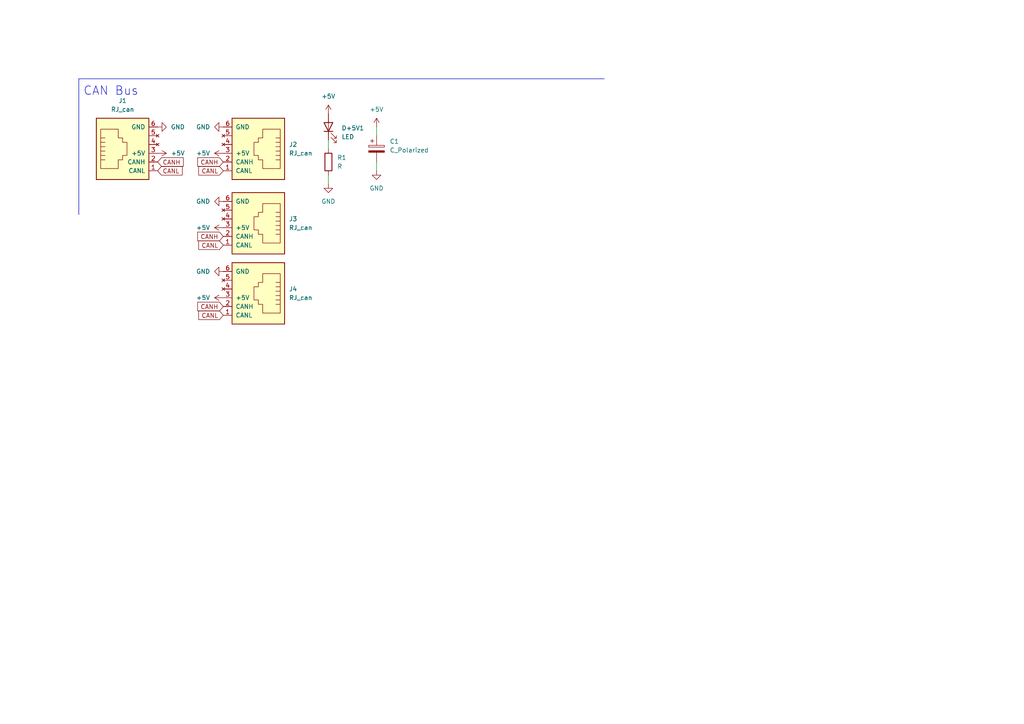
<source format=kicad_sch>
(kicad_sch (version 20230121) (generator eeschema)
  (paper "A4")
  (lib_symbols
    (symbol "Device:C_Polarized" (pin_numbers hide) (pin_names (offset 0.254))
      (property "Reference" "C" (at 0.635 2.54 0))
      (property "Value" "C_Polarized" (at 0.635 -2.54 0))
      (symbol "C_Polarized_0_1"
        (rectangle (start -2.286 0.508) (end 2.286 1.016))
        (polyline (pts (xy -1.778 2.286) (xy -0.762 2.286)))
        (polyline (pts (xy -1.27 2.794) (xy -1.27 1.778)))
        (rectangle (start 2.286 -0.508) (end -2.286 -1.016) (fill (type outline)))
      )
      (symbol "C_Polarized_1_1"
        (pin passive line (at 0 3.81 270) (length 2.794) (name "~") (number "1"))
        (pin passive line (at 0 -3.81 90) (length 2.794) (name "~") (number "2"))
      )
    )
    (symbol "Device:LED" (pin_numbers hide) (pin_names (offset 1.016) hide)
      (property "Reference" "D" (at 0 2.54 0))
      (property "Value" "LED" (at 0 -2.54 0))
      (symbol "LED_0_1"
        (polyline (pts (xy -1.27 -1.27) (xy -1.27 1.27)) (stroke (width 0.254)))
        (polyline (pts (xy -1.27 0) (xy 1.27 0)))
        (polyline (pts (xy 1.27 -1.27) (xy 1.27 1.27) (xy -1.27 0) (xy 1.27 -1.27)) (stroke (width 0.254)))
        (polyline (pts (xy -3.048 -0.762) (xy -4.572 -2.286) (xy -3.81 -2.286) (xy -4.572 -2.286) (xy -4.572 -1.524)))
        (polyline (pts (xy -1.778 -0.762) (xy -3.302 -2.286) (xy -2.54 -2.286) (xy -3.302 -2.286) (xy -3.302 -1.524)))
      )
      (symbol "LED_1_1"
        (pin passive line (at -3.81 0 0) (length 2.54) (name "K") (number "1"))
        (pin passive line (at 3.81 0 180) (length 2.54) (name "A") (number "2"))
      )
    )
    (symbol "Device:R" (pin_numbers hide) (pin_names (offset 0))
      (property "Reference" "R" (at 2.032 0 90))
      (property "Value" "R" (at 0 0 90))
      (symbol "R_0_1"
        (rectangle (start -1.016 -2.54) (end 1.016 2.54) (stroke (width 0.254)))
      )
      (symbol "R_1_1"
        (pin passive line (at 0 3.81 270) (length 1.27) (name "~") (number "1"))
        (pin passive line (at 0 -3.81 90) (length 1.27) (name "~") (number "2"))
      )
    )
    (symbol "Robot:RJ_can" (pin_names (offset 1.016))
      (property "Reference" "J1" (at 0 15.24 0))
      (property "Value" "RJ_can" (at 0 12.7 0))
      (symbol "RJ_can_0_1"
        (polyline (pts (xy -6.35 -1.905) (xy -5.08 -1.905) (xy -5.08 -1.905)))
        (polyline (pts (xy -6.35 -0.635) (xy -5.08 -0.635) (xy -5.08 -0.635)))
        (polyline (pts (xy -6.35 0.635) (xy -5.08 0.635) (xy -5.08 0.635)))
        (polyline (pts (xy -6.35 1.905) (xy -5.08 1.905) (xy -5.08 1.905)))
        (polyline (pts (xy -6.35 3.175) (xy -5.08 3.175) (xy -5.08 3.175)))
        (polyline (pts (xy -5.08 4.445) (xy -6.35 4.445) (xy -6.35 4.445)))
        (polyline (pts (xy -6.35 -4.445) (xy -6.35 6.985) (xy -1.27 6.985) (xy -1.27 4.445) (xy 0 4.445) (xy 0 3.175) (xy 1.27 3.175) (xy 1.27 -0.635) (xy 0 -0.635) (xy 0 -1.905) (xy -1.27 -1.905) (xy -1.27 -4.445) (xy -6.35 -4.445) (xy -6.35 -4.445)))
        (rectangle (start 7.62 10.16) (end -7.62 -7.62) (stroke (width 0.254)) (fill (type background)))
      )
      (symbol "RJ_can_1_1"
        (pin bidirectional line (at 10.16 -5.08 180) (length 2.54) (name "CANL") (number "1"))
        (pin passive line (at 10.16 -2.54 180) (length 2.54) (name "CANH") (number "2"))
        (pin power_out line (at 10.16 0 180) (length 2.54) (name "+5V") (number "3"))
        (pin no_connect line (at 10.16 2.54 180) (length 2.54) (name "") (number "4"))
        (pin no_connect line (at 10.16 5.08 180) (length 2.54) (name "~") (number "5"))
        (pin power_out line (at 10.16 7.62 180) (length 2.54) (name "GND") (number "6"))
      )
    )
    (symbol "power:+5V" (power) (pin_names (offset 0))
      (property "Value" "+5V" (at 0 3.556 0))
      (symbol "+5V_0_1"
        (polyline (pts (xy -0.762 1.27) (xy 0 2.54)))
        (polyline (pts (xy 0 0) (xy 0 2.54)))
        (polyline (pts (xy 0 2.54) (xy 0.762 1.27)))
      )
      (symbol "+5V_1_1"
        (pin power_in line (at 0 0 90) (length 0) hide (name "+5V") (number "1"))
      )
    )
    (symbol "power:GND" (power) (pin_names (offset 0))
      (property "Value" "GND" (at 0 -3.81 0))
      (symbol "GND_0_1"
        (polyline (pts (xy 0 0) (xy 0 -1.27) (xy 1.27 -1.27) (xy 0 -2.54) (xy -1.27 -1.27) (xy 0 -1.27)))
      )
      (symbol "GND_1_1"
        (pin power_in line (at 0 0 270) (length 0) hide (name "GND") (number "1"))
      )
    )
  )
  (wire (pts (xy 95.25 50.8) (xy 95.25 53.34)))
  (polyline (pts (xy 22.86 22.86) (xy 22.86 62.23)))
  (wire (pts (xy 109.22 46.99) (xy 109.22 49.53)))
  (wire (pts (xy 109.22 36.83) (xy 109.22 39.37)))
  (wire (pts (xy 95.25 40.64) (xy 95.25 43.18)))
  (polyline (pts (xy 22.86 22.86) (xy 175.26 22.86)))
  (text "CAN Bus" (at 24.13 27.94 0) (effects (font (size 2.49 2.49)) (justify left bottom)))
  (global_label "CANL" (shape input) (at 64.77 49.53 180) (property "Intersheetrefs" "${INTERSHEET_REFS}" (effects hide)) (property "Références Inter-Feuilles" "${INTERSHEET_REFS}" (effects hide)))
  (global_label "CANL" (shape input) (at 64.77 71.12 180) (property "Intersheetrefs" "${INTERSHEET_REFS}" (effects hide)) (property "Références Inter-Feuilles" "${INTERSHEET_REFS}" (effects hide)))
  (global_label "CANL" (shape input) (at 45.72 49.53 0) (property "Intersheetrefs" "${INTERSHEET_REFS}" (effects hide)) (property "Références Inter-Feuilles" "${INTERSHEET_REFS}" (effects hide)))
  (global_label "CANH" (shape input) (at 64.77 46.99 180) (property "Intersheetrefs" "${INTERSHEET_REFS}" (effects hide)) (property "Références Inter-Feuilles" "${INTERSHEET_REFS}" (effects hide)))
  (global_label "CANH" (shape input) (at 64.77 88.9 180) (property "Intersheetrefs" "${INTERSHEET_REFS}" (effects hide)) (property "Références Inter-Feuilles" "${INTERSHEET_REFS}" (effects hide)))
  (global_label "CANL" (shape input) (at 64.77 91.44 180) (property "Intersheetrefs" "${INTERSHEET_REFS}" (effects hide)) (property "Références Inter-Feuilles" "${INTERSHEET_REFS}" (effects hide)))
  (global_label "CANH" (shape input) (at 45.72 46.99 0) (property "Intersheetrefs" "${INTERSHEET_REFS}" (effects hide)) (property "Références Inter-Feuilles" "${INTERSHEET_REFS}" (effects hide)))
  (global_label "CANH" (shape input) (at 64.77 68.58 180) (property "Intersheetrefs" "${INTERSHEET_REFS}" (effects hide)) (property "Références Inter-Feuilles" "${INTERSHEET_REFS}" (effects hide)))
  (symbol (lib_id "power:+5V") (at 64.77 44.45 90) (unit 1)
    (property "Reference" "#PWR04" (effects hide))
    (property "Value" "+5V" (at 60.96 44.4499 90) (effects (justify left)))
  )
  (symbol (lib_id "power:GND") (at 45.72 36.83 90) (unit 1)
    (property "Reference" "#PWR01" (effects hide))
    (property "Value" "GND" (at 49.53 36.8299 90) (effects (justify right)))
  )
  (symbol (lib_id "power:GND") (at 95.25 53.34 0) (unit 1)
    (property "Reference" "#PWR06" (effects hide))
    (property "Value" "GND" (at 95.25 58.42 0))
  )
  (symbol (lib_id "power:+5V") (at 64.77 86.36 90) (unit 1)
    (property "Reference" "#PWR012" (effects hide))
    (property "Value" "+5V" (at 60.96 86.3599 90) (effects (justify left)))
  )
  (symbol (lib_id "power:+5V") (at 64.77 66.04 90) (unit 1)
    (property "Reference" "#PWR010" (effects hide))
    (property "Value" "+5V" (at 60.96 66.0399 90) (effects (justify left)))
  )
  (symbol (lib_id "Device:R") (at 95.25 46.99 0) (unit 1)
    (property "Reference" "R1" (at 97.79 45.7199 0) (effects (justify left)))
    (property "Value" "R" (at 97.79 48.2599 0) (effects (justify left)))
    (property "Footprint" "Resistor_SMD:R_0805_2012Metric" (effects hide))
  )
  (symbol (lib_id "power:GND") (at 64.77 36.83 270) (unit 1)
    (property "Reference" "#PWR03" (effects hide))
    (property "Value" "GND" (at 60.96 36.8299 90) (effects (justify right)))
  )
  (symbol (lib_id "Device:C_Polarized") (at 109.22 43.18 0) (unit 1)
    (property "Reference" "C1" (at 113.03 41.0209 0) (effects (justify left)))
    (property "Value" "C_Polarized" (at 113.03 43.5609 0) (effects (justify left)))
    (property "Footprint" "Capacitor_SMD:C_0805_2012Metric" (effects hide))
  )
  (symbol (lib_id "Robot:RJ_can") (at 74.93 86.36 0) (mirror y) (unit 1)
    (property "Reference" "J4" (at 83.82 83.8199 0) (effects (justify right)))
    (property "Value" "RJ_can" (at 83.82 86.3599 0) (effects (justify right)))
    (property "Footprint" "PCM_Robot:RJ12" (effects hide))
    (property "Datasheet" "https://www.notion.so/fb11deb952ea4e10a2e068dc0e72e040" (effects hide))
  )
  (symbol (lib_id "Robot:RJ_can") (at 35.56 44.45 0) (unit 1)
    (property "Reference" "J1" (at 35.56 29.21 0))
    (property "Value" "RJ_can" (at 35.56 31.75 0))
    (property "Footprint" "PCM_Robot:RJ12" (effects hide))
    (property "Datasheet" "https://www.notion.so/fb11deb952ea4e10a2e068dc0e72e040" (effects hide))
  )
  (symbol (lib_id "power:GND") (at 64.77 78.74 270) (unit 1)
    (property "Reference" "#PWR011" (effects hide))
    (property "Value" "GND" (at 60.96 78.7399 90) (effects (justify right)))
  )
  (symbol (lib_id "Device:LED") (at 95.25 36.83 90) (unit 1)
    (property "Reference" "D+5V1" (at 99.06 37.1474 90) (effects (justify right)))
    (property "Value" "LED" (at 99.06 39.6874 90) (effects (justify right)))
    (property "Footprint" "Capacitor_SMD:C_0805_2012Metric" (effects hide))
  )
  (symbol (lib_id "power:+5V") (at 95.25 33.02 0) (unit 1)
    (property "Reference" "#PWR05" (effects hide))
    (property "Value" "+5V" (at 95.25 27.94 0))
  )
  (symbol (lib_id "power:GND") (at 64.77 58.42 270) (unit 1)
    (property "Reference" "#PWR09" (effects hide))
    (property "Value" "GND" (at 60.96 58.4199 90) (effects (justify right)))
  )
  (symbol (lib_id "power:+5V") (at 45.72 44.45 270) (unit 1)
    (property "Reference" "#PWR02" (effects hide))
    (property "Value" "+5V" (at 49.53 44.4499 90) (effects (justify left)))
  )
  (symbol (lib_id "Robot:RJ_can") (at 74.93 66.04 0) (mirror y) (unit 1)
    (property "Reference" "J3" (at 83.82 63.4999 0) (effects (justify right)))
    (property "Value" "RJ_can" (at 83.82 66.0399 0) (effects (justify right)))
    (property "Footprint" "PCM_Robot:RJ12" (effects hide))
    (property "Datasheet" "https://www.notion.so/fb11deb952ea4e10a2e068dc0e72e040" (effects hide))
  )
  (symbol (lib_id "Robot:RJ_can") (at 74.93 44.45 0) (mirror y) (unit 1)
    (property "Reference" "J2" (at 83.82 41.9099 0) (effects (justify right)))
    (property "Value" "RJ_can" (at 83.82 44.4499 0) (effects (justify right)))
    (property "Footprint" "PCM_Robot:RJ12" (effects hide))
    (property "Datasheet" "https://www.notion.so/fb11deb952ea4e10a2e068dc0e72e040" (effects hide))
  )
  (symbol (lib_id "power:GND") (at 109.22 49.53 0) (unit 1)
    (property "Reference" "#PWR08" (effects hide))
    (property "Value" "GND" (at 109.22 54.61 0))
  )
  (symbol (lib_id "power:+5V") (at 109.22 36.83 0) (unit 1)
    (property "Reference" "#PWR07" (effects hide))
    (property "Value" "+5V" (at 109.22 31.75 0))
  )
)
</source>
